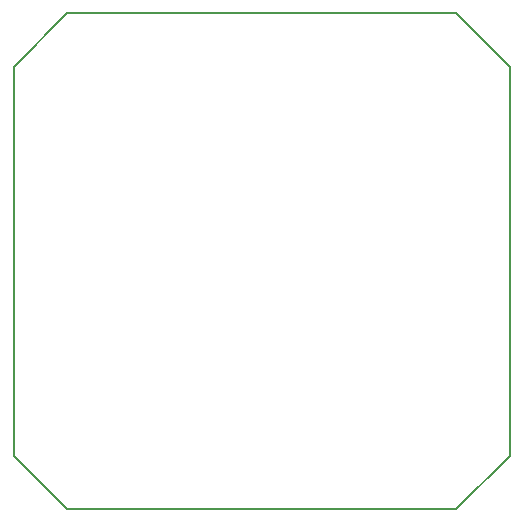
<source format=gm1>
G04*
G04 #@! TF.GenerationSoftware,Altium Limited,Altium Designer,21.9.2 (33)*
G04*
G04 Layer_Color=16711935*
%FSLAX25Y25*%
%MOIN*%
G70*
G04*
G04 #@! TF.SameCoordinates,DDE03FFC-3592-4A1C-B560-7E07A9873239*
G04*
G04*
G04 #@! TF.FilePolarity,Positive*
G04*
G01*
G75*
%ADD10C,0.00787*%
D10*
X-82677Y64823D02*
X-64823Y82677D01*
X-82677Y-64823D02*
Y64823D01*
X-64823Y82677D02*
X64823D01*
X82677Y64823D01*
Y-64823D02*
Y64823D01*
X-64823Y-82677D02*
X64823D01*
X82677Y-64823D01*
X-82677D02*
X-64823Y-82677D01*
M02*

</source>
